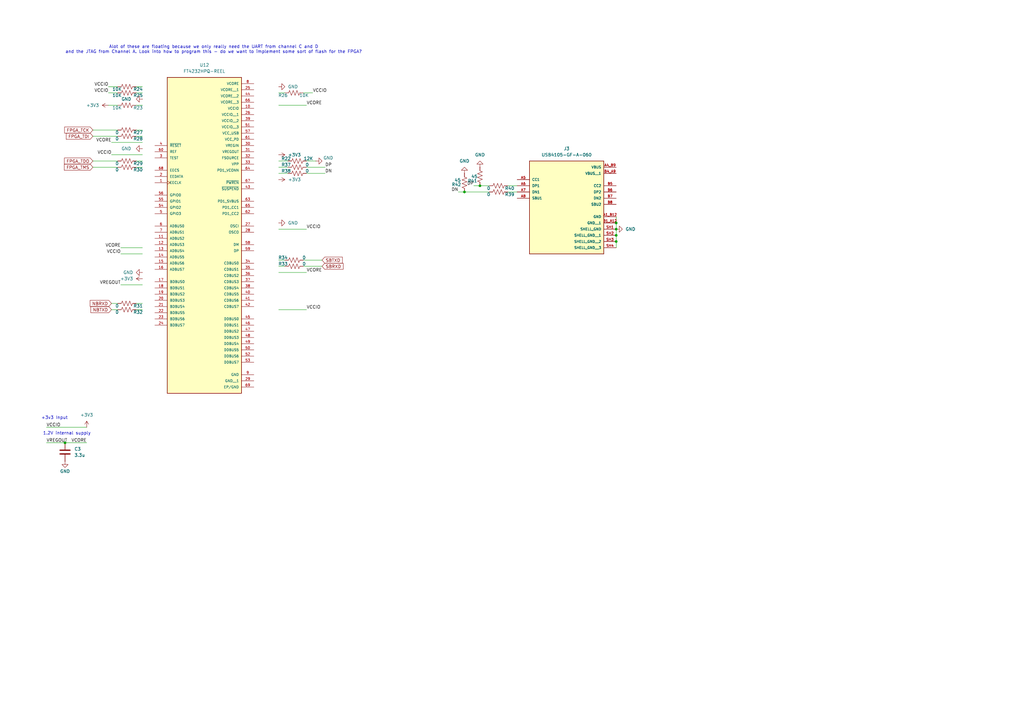
<source format=kicad_sch>
(kicad_sch (version 20250114) (generator "eeschema") (generator_version "9.0")
  (paper "A3")
  (lib_symbols
    (symbol "Device:C" (pin_numbers (hide yes)) (pin_names (offset 0.254))
      (property "Reference" "C" (at 0.635 2.54 0))
      (property "Value" "C" (at 0.635 -2.54 0))
      (symbol "C_0_1"
        (polyline (pts (xy -2.032 0.762) (xy 2.032 0.762)) (stroke (width 0.508)))
        (polyline (pts (xy -2.032 -0.762) (xy 2.032 -0.762)) (stroke (width 0.508)))
      )
      (symbol "C_1_1"
        (pin passive line (at 0 3.81 270) (length 2.794) (name "~") (number "1"))
        (pin passive line (at 0 -3.81 90) (length 2.794) (name "~") (number "2"))
      )
    )
    (symbol "Device:R_US" (pin_numbers (hide yes)) (pin_names (offset 0))
      (property "Reference" "R" (at 2.54 0 90))
      (property "Value" "R_US" (at -2.54 0 90))
      (symbol "R_US_0_1"
        (polyline (pts (xy 0 2.286) (xy 0 2.54)))
        (polyline (pts (xy 0 2.286) (xy 1.016 1.905) (xy 0 1.524) (xy -1.016 1.143) (xy 0 0.762)))
        (polyline (pts (xy 0 0.762) (xy 1.016 0.381) (xy 0 0) (xy -1.016 -0.381) (xy 0 -0.762)))
        (polyline (pts (xy 0 -0.762) (xy 1.016 -1.143) (xy 0 -1.524) (xy -1.016 -1.905) (xy 0 -2.286)))
        (polyline (pts (xy 0 -2.286) (xy 0 -2.54)))
      )
      (symbol "R_US_1_1"
        (pin passive line (at 0 3.81 270) (length 1.27) (name "~") (number "1"))
        (pin passive line (at 0 -3.81 90) (length 1.27) (name "~") (number "2"))
      )
    )
    (symbol "FPGA&MCU:FT4232HPQ-REEL" (pin_names (offset 1.016))
      (property "Reference" "U" (at -15.24 56.515 0))
      (property "Value" "FT4232HPQ-REEL" (at -15.24 -76.2 0))
      (symbol "FT4232HPQ-REEL_0_0"
        (rectangle (start -15.24 -73.66) (end 15.24 55.88) (stroke (width 0.254)) (fill (type background)))
        (pin input line (at -20.32 27.94 0) (length 5.08) (name "~{RESET}") (number "4"))
        (pin input line (at -20.32 25.4 0) (length 5.08) (name "REF") (number "60"))
        (pin input line (at -20.32 22.86 0) (length 5.08) (name "TEST") (number "3"))
        (pin bidirectional line (at -20.32 17.78 0) (length 5.08) (name "EECS") (number "68"))
        (pin bidirectional line (at -20.32 15.24 0) (length 5.08) (name "EEDATA") (number "2"))
        (pin output clock (at -20.32 12.7 0) (length 5.08) (name "EECLK") (number "1"))
        (pin bidirectional line (at -20.32 7.62 0) (length 5.08) (name "GPIO0") (number "56"))
        (pin bidirectional line (at -20.32 5.08 0) (length 5.08) (name "GPIO1") (number "55"))
        (pin bidirectional line (at -20.32 2.54 0) (length 5.08) (name "GPIO2") (number "54"))
        (pin bidirectional line (at -20.32 0 0) (length 5.08) (name "GPIO3") (number "5"))
        (pin bidirectional line (at -20.32 -5.08 0) (length 5.08) (name "ADBUS0") (number "6"))
        (pin bidirectional line (at -20.32 -7.62 0) (length 5.08) (name "ADBUS1") (number "7"))
        (pin bidirectional line (at -20.32 -10.16 0) (length 5.08) (name "ADBUS2") (number "11"))
        (pin bidirectional line (at -20.32 -12.7 0) (length 5.08) (name "ADBUS3") (number "12"))
        (pin bidirectional line (at -20.32 -15.24 0) (length 5.08) (name "ADBUS4") (number "13"))
        (pin bidirectional line (at -20.32 -17.78 0) (length 5.08) (name "ADBUS5") (number "14"))
        (pin bidirectional line (at -20.32 -20.32 0) (length 5.08) (name "ADBUS6") (number "15"))
        (pin bidirectional line (at -20.32 -22.86 0) (length 5.08) (name "ADBUS7") (number "16"))
        (pin bidirectional line (at -20.32 -27.94 0) (length 5.08) (name "BDBUS0") (number "17"))
        (pin bidirectional line (at -20.32 -30.48 0) (length 5.08) (name "BDBUS1") (number "18"))
        (pin bidirectional line (at -20.32 -33.02 0) (length 5.08) (name "BDBUS2") (number "19"))
        (pin bidirectional line (at -20.32 -35.56 0) (length 5.08) (name "BDBUS3") (number "20"))
        (pin bidirectional line (at -20.32 -38.1 0) (length 5.08) (name "BDBUS4") (number "21"))
        (pin bidirectional line (at -20.32 -40.64 0) (length 5.08) (name "BDBUS5") (number "22"))
        (pin bidirectional line (at -20.32 -43.18 0) (length 5.08) (name "BDBUS6") (number "23"))
        (pin bidirectional line (at -20.32 -45.72 0) (length 5.08) (name "BDBUS7") (number "24"))
        (pin power_in line (at 20.32 53.34 180) (length 5.08) (name "VCORE") (number "8"))
        (pin power_in line (at 20.32 50.8 180) (length 5.08) (name "VCORE__1") (number "25"))
        (pin power_in line (at 20.32 48.26 180) (length 5.08) (name "VCORE__2") (number "44"))
        (pin power_in line (at 20.32 45.72 180) (length 5.08) (name "VCORE__3") (number "66"))
        (pin power_in line (at 20.32 43.18 180) (length 5.08) (name "VCCIO") (number "10"))
        (pin power_in line (at 20.32 40.64 180) (length 5.08) (name "VCCIO__1") (number "26"))
        (pin power_in line (at 20.32 38.1 180) (length 5.08) (name "VCCIO__2") (number "39"))
        (pin power_in line (at 20.32 35.56 180) (length 5.08) (name "VCCIO__3") (number "51"))
        (pin power_in line (at 20.32 33.02 180) (length 5.08) (name "VCC_USB") (number "57"))
        (pin power_in line (at 20.32 30.48 180) (length 5.08) (name "VCC_PD") (number "61"))
        (pin power_in line (at 20.32 27.94 180) (length 5.08) (name "VREGIN") (number "30"))
        (pin power_in line (at 20.32 25.4 180) (length 5.08) (name "VREGOUT") (number "31"))
        (pin power_in line (at 20.32 22.86 180) (length 5.08) (name "FSOURCE") (number "32"))
        (pin power_in line (at 20.32 20.32 180) (length 5.08) (name "VPP") (number "33"))
        (pin power_in line (at 20.32 17.78 180) (length 5.08) (name "PD1_VCONN") (number "64"))
        (pin output line (at 20.32 12.7 180) (length 5.08) (name "~{PWREN}") (number "67"))
        (pin output line (at 20.32 10.16 180) (length 5.08) (name "~{SUSPEND}") (number "43"))
        (pin input line (at 20.32 5.08 180) (length 5.08) (name "PD1_SVBUS") (number "63"))
        (pin bidirectional line (at 20.32 2.54 180) (length 5.08) (name "PD1_CC1") (number "65"))
        (pin bidirectional line (at 20.32 0 180) (length 5.08) (name "PD1_CC2") (number "62"))
        (pin input line (at 20.32 -5.08 180) (length 5.08) (name "OSCI") (number "27"))
        (pin output line (at 20.32 -7.62 180) (length 5.08) (name "OSCO") (number "28"))
        (pin bidirectional line (at 20.32 -12.7 180) (length 5.08) (name "DM") (number "58"))
        (pin bidirectional line (at 20.32 -15.24 180) (length 5.08) (name "DP") (number "59"))
        (pin bidirectional line (at 20.32 -20.32 180) (length 5.08) (name "CDBUS0") (number "34"))
        (pin bidirectional line (at 20.32 -22.86 180) (length 5.08) (name "CDBUS1") (number "35"))
        (pin bidirectional line (at 20.32 -25.4 180) (length 5.08) (name "CDBUS2") (number "36"))
        (pin bidirectional line (at 20.32 -27.94 180) (length 5.08) (name "CDBUS3") (number "37"))
        (pin bidirectional line (at 20.32 -30.48 180) (length 5.08) (name "CDBUS4") (number "38"))
        (pin bidirectional line (at 20.32 -33.02 180) (length 5.08) (name "CDBUS5") (number "40"))
        (pin bidirectional line (at 20.32 -35.56 180) (length 5.08) (name "CDBUS6") (number "41"))
        (pin bidirectional line (at 20.32 -38.1 180) (length 5.08) (name "CDBUS7") (number "42"))
        (pin bidirectional line (at 20.32 -43.18 180) (length 5.08) (name "DDBUS0") (number "45"))
        (pin bidirectional line (at 20.32 -45.72 180) (length 5.08) (name "DDBUS1") (number "46"))
        (pin bidirectional line (at 20.32 -48.26 180) (length 5.08) (name "DDBUS2") (number "47"))
        (pin bidirectional line (at 20.32 -50.8 180) (length 5.08) (name "DDBUS3") (number "48"))
        (pin bidirectional line (at 20.32 -53.34 180) (length 5.08) (name "DDBUS4") (number "49"))
        (pin bidirectional line (at 20.32 -55.88 180) (length 5.08) (name "DDBUS5") (number "50"))
        (pin bidirectional line (at 20.32 -58.42 180) (length 5.08) (name "DDBUS6") (number "52"))
        (pin bidirectional line (at 20.32 -60.96 180) (length 5.08) (name "DDBUS7") (number "53"))
        (pin power_in line (at 20.32 -66.04 180) (length 5.08) (name "GND") (number "9"))
        (pin power_in line (at 20.32 -68.58 180) (length 5.08) (name "GND__1") (number "29"))
        (pin power_in line (at 20.32 -71.12 180) (length 5.08) (name "EP/GND") (number "69"))
      )
    )
    (symbol "FPGA_Interface:USB4105-GF-A-060" (pin_names (offset 1.016))
      (property "Reference" "J" (at -15.24 13.97 0))
      (property "Value" "USB4105-GF-A-060" (at -15.24 -27.94 0))
      (symbol "USB4105-GF-A-060_0_0"
        (rectangle (start -15.24 -25.4) (end 15.24 12.7) (stroke (width 0.254)) (fill (type background)))
        (pin bidirectional line (at -20.32 5.08 0) (length 5.08) (name "CC1") (number "A5"))
        (pin bidirectional line (at -20.32 2.54 0) (length 5.08) (name "DP1") (number "A6"))
        (pin bidirectional line (at -20.32 0 0) (length 5.08) (name "DN1") (number "A7"))
        (pin bidirectional line (at -20.32 -2.54 0) (length 5.08) (name "SBU1") (number "A8"))
        (pin power_in line (at 20.32 10.16 180) (length 5.08) (name "VBUS") (number "A4_B9"))
        (pin power_in line (at 20.32 7.62 180) (length 5.08) (name "VBUS__1") (number "B4_A9"))
        (pin bidirectional line (at 20.32 2.54 180) (length 5.08) (name "CC2") (number "B5"))
        (pin bidirectional line (at 20.32 0 180) (length 5.08) (name "DP2") (number "B6"))
        (pin bidirectional line (at 20.32 -2.54 180) (length 5.08) (name "DN2") (number "B7"))
        (pin bidirectional line (at 20.32 -5.08 180) (length 5.08) (name "SBU2") (number "B8"))
        (pin power_in line (at 20.32 -10.16 180) (length 5.08) (name "GND") (number "A1_B12"))
        (pin power_in line (at 20.32 -12.7 180) (length 5.08) (name "GND__1") (number "B1_A12"))
        (pin power_in line (at 20.32 -15.24 180) (length 5.08) (name "SHELL_GND") (number "SH1"))
        (pin power_in line (at 20.32 -17.78 180) (length 5.08) (name "SHELL_GND__1") (number "SH2"))
        (pin power_in line (at 20.32 -20.32 180) (length 5.08) (name "SHELL_GND__2") (number "SH3"))
        (pin power_in line (at 20.32 -22.86 180) (length 5.08) (name "SHELL_GND__3") (number "SH4"))
      )
    )
    (symbol "power:+3V3" (power) (pin_numbers (hide yes)) (pin_names (offset 0) (hide yes))
      (property "Value" "+3V3" (at 0 3.556 0))
      (symbol "+3V3_0_1"
        (polyline (pts (xy -0.762 1.27) (xy 0 2.54)))
        (polyline (pts (xy 0 2.54) (xy 0.762 1.27)))
        (polyline (pts (xy 0 0) (xy 0 2.54)))
      )
      (symbol "+3V3_1_1"
        (pin power_in line (at 0 0 90) (length 0) (name "~") (number "1"))
      )
    )
    (symbol "power:GND" (power) (pin_numbers (hide yes)) (pin_names (offset 0) (hide yes))
      (property "Value" "GND" (at 0 -3.81 0))
      (symbol "GND_0_1"
        (polyline (pts (xy 0 0) (xy 0 -1.27) (xy 1.27 -1.27) (xy 0 -2.54) (xy -1.27 -1.27) (xy 0 -1.27)))
      )
      (symbol "GND_1_1"
        (pin power_in line (at 0 0 270) (length 0) (name "~") (number "1"))
      )
    )
  )
  (text "1.2V internal supply\n" (at 27.432 177.8 0) (effects (font (size 1.27 1.27))))
  (text "Alot of these are floating because we only really need the UART from channel C and D\nand the JTAG from Channel A. Look into how to program this - do we want to implement some sort of flash for the FPGA?\n" (at 87.63 20.32 0) (effects (font (size 1.27 1.27))))
  (text "+3v3 Input\n" (at 22.352 171.45 0) (effects (font (size 1.27 1.27))))
  (junction (at 26.67 181.61))
  (junction (at 252.73 93.98))
  (junction (at 252.73 96.52))
  (junction (at 190.5 78.74))
  (junction (at 196.85 76.2))
  (junction (at 252.73 99.06))
  (junction (at 252.73 91.44))
  (wire (pts (xy 124.46 38.1) (xy 128.27 38.1)))
  (wire (pts (xy 55.88 35.56) (xy 58.42 35.56)))
  (wire (pts (xy 55.88 127) (xy 58.42 127)))
  (wire (pts (xy 49.53 116.84) (xy 58.42 116.84)))
  (wire (pts (xy 55.88 66.04) (xy 58.42 66.04)))
  (wire (pts (xy 252.73 91.44) (xy 252.73 93.98)))
  (wire (pts (xy 133.35 71.12) (xy 125.73 71.12)))
  (wire (pts (xy 45.72 127) (xy 48.26 127)))
  (wire (pts (xy 38.1 66.04) (xy 48.26 66.04)))
  (wire (pts (xy 212.09 76.2) (xy 208.28 76.2)))
  (wire (pts (xy 45.72 124.46) (xy 48.26 124.46)))
  (wire (pts (xy 133.35 68.58) (xy 125.73 68.58)))
  (wire (pts (xy 48.26 35.56) (xy 44.45 35.56)))
  (wire (pts (xy 252.73 88.9) (xy 252.73 91.44)))
  (wire (pts (xy 55.88 53.34) (xy 58.42 53.34)))
  (wire (pts (xy 55.88 124.46) (xy 58.42 124.46)))
  (wire (pts (xy 114.3 109.22) (xy 116.84 109.22)))
  (wire (pts (xy 38.1 68.58) (xy 48.26 68.58)))
  (wire (pts (xy 19.05 181.61) (xy 26.67 181.61)))
  (wire (pts (xy 45.72 58.42) (xy 58.42 58.42)))
  (wire (pts (xy 55.88 38.1) (xy 58.42 38.1)))
  (wire (pts (xy 132.08 106.68) (xy 124.46 106.68)))
  (wire (pts (xy 125.73 66.04) (xy 129.54 66.04)))
  (wire (pts (xy 194.31 76.2) (xy 196.85 76.2)))
  (wire (pts (xy 132.08 109.22) (xy 124.46 109.22)))
  (wire (pts (xy 38.1 55.88) (xy 48.26 55.88)))
  (wire (pts (xy 48.26 43.18) (xy 44.45 43.18)))
  (wire (pts (xy 114.3 106.68) (xy 116.84 106.68)))
  (wire (pts (xy 252.73 93.98) (xy 252.73 96.52)))
  (wire (pts (xy 118.11 68.58) (xy 114.3 68.58)))
  (wire (pts (xy 190.5 78.74) (xy 187.96 78.74)))
  (wire (pts (xy 45.72 63.5) (xy 58.42 63.5)))
  (wire (pts (xy 200.66 76.2) (xy 196.85 76.2)))
  (wire (pts (xy 125.73 93.98) (xy 114.3 93.98)))
  (wire (pts (xy 48.26 38.1) (xy 44.45 38.1)))
  (wire (pts (xy 200.66 78.74) (xy 190.5 78.74)))
  (wire (pts (xy 125.73 127) (xy 114.3 127)))
  (wire (pts (xy 114.3 66.04) (xy 118.11 66.04)))
  (wire (pts (xy 38.1 53.34) (xy 48.26 53.34)))
  (wire (pts (xy 55.88 68.58) (xy 58.42 68.58)))
  (wire (pts (xy 212.09 78.74) (xy 208.28 78.74)))
  (wire (pts (xy 19.05 175.26) (xy 35.56 175.26)))
  (wire (pts (xy 252.73 99.06) (xy 252.73 101.6)))
  (wire (pts (xy 26.67 181.61) (xy 35.56 181.61)))
  (wire (pts (xy 55.88 55.88) (xy 58.42 55.88)))
  (wire (pts (xy 58.42 43.18) (xy 55.88 43.18)))
  (wire (pts (xy 49.53 101.6) (xy 58.42 101.6)))
  (wire (pts (xy 118.11 71.12) (xy 114.3 71.12)))
  (wire (pts (xy 252.73 96.52) (xy 252.73 99.06)))
  (wire (pts (xy 114.3 43.18) (xy 125.73 43.18)))
  (wire (pts (xy 49.53 104.14) (xy 58.42 104.14)))
  (wire (pts (xy 125.73 111.76) (xy 114.3 111.76)))
  (wire (pts (xy 116.84 38.1) (xy 114.3 38.1)))
  (label "DP" (at 133.35 68.58 0))
  (label "VREGOUT" (at 19.05 181.61 0))
  (label "VCORE" (at 49.53 101.6 180))
  (label "VCORE" (at 35.56 181.61 180))
  (label "VCCIO" (at 128.27 38.1 0))
  (label "DN" (at 133.35 71.12 0))
  (label "VCCIO" (at 19.05 175.26 0))
  (label "VCCIO" (at 44.45 35.56 180))
  (label "VCORE" (at 125.73 111.76 0))
  (label "VCCIO" (at 45.72 63.5 180))
  (label "VCCIO" (at 49.53 104.14 180))
  (label "DN" (at 187.96 78.74 180))
  (label "VREGOUT" (at 49.53 116.84 180))
  (label "DP" (at 194.31 76.2 180))
  (label "VCORE" (at 45.72 58.42 180))
  (label "VCORE" (at 125.73 43.18 0))
  (label "VCCIO" (at 125.73 127 0))
  (label "VCCIO" (at 125.73 93.98 0))
  (label "VCCIO" (at 44.45 38.1 180))
  (global_label "FPGA_TDO" (shape input) (at 38.1 66.04 180) (property "Intersheetrefs" "${INTERSHEET_REFS}" (effects (hide yes))))
  (global_label "SBTXD" (shape input) (at 132.08 106.68 0) (property "Intersheetrefs" "${INTERSHEET_REFS}" (effects (hide yes))))
  (global_label "SBRXD" (shape input) (at 132.08 109.22 0) (property "Intersheetrefs" "${INTERSHEET_REFS}" (effects (hide yes))))
  (global_label "FPGA_TCK" (shape input) (at 38.1 53.34 180) (property "Intersheetrefs" "${INTERSHEET_REFS}" (effects (hide yes))))
  (global_label "FPGA_TDI" (shape input) (at 38.1 55.88 180) (property "Intersheetrefs" "${INTERSHEET_REFS}" (effects (hide yes))))
  (global_label "FPGA_TMS" (shape input) (at 38.1 68.58 180) (property "Intersheetrefs" "${INTERSHEET_REFS}" (effects (hide yes))))
  (global_label "NBRXD" (shape input) (at 45.72 124.46 180) (property "Intersheetrefs" "${INTERSHEET_REFS}" (effects (hide yes))))
  (global_label "NBTXD" (shape input) (at 45.72 127 180) (property "Intersheetrefs" "${INTERSHEET_REFS}" (effects (hide yes))))
  (symbol (lib_id "Device:R_US") (at 52.07 55.88 270) (unit 1)
    (property "Reference" "R28" (at 56.642 56.896 90))
    (property "Value" "0" (at 48.006 56.896 90))
    (property "Description" "Resistor, US symbol" (effects (hide yes)))
  )
  (symbol (lib_id "Device:R_US") (at 52.07 68.58 270) (unit 1)
    (property "Reference" "R30" (at 56.642 69.596 90))
    (property "Value" "0" (at 48.006 69.596 90))
    (property "Description" "Resistor, US symbol" (effects (hide yes)))
  )
  (symbol (lib_id "power:+3V3") (at 114.3 63.5 270) (unit 1)
    (property "Reference" "#PWR072" (effects (hide yes)))
    (property "Value" "+3V3" (at 118.11 63.4999 90) (effects (justify left)))
    (property "Description" "Power symbol creates a global label with name \"+3V3\"" (effects (hide yes)))
  )
  (symbol (lib_id "Device:R_US") (at 204.47 78.74 270) (unit 1)
    (property "Reference" "R39" (at 209.042 79.756 90))
    (property "Value" "0" (at 200.406 79.756 90))
    (property "Description" "Resistor, US symbol" (effects (hide yes)))
  )
  (symbol (lib_id "Device:R_US") (at 52.07 66.04 270) (unit 1)
    (property "Reference" "R29" (at 56.642 67.056 90))
    (property "Value" "0" (at 48.006 67.056 90))
    (property "Description" "Resistor, US symbol" (effects (hide yes)))
  )
  (symbol (lib_id "FPGA&MCU:FT4232HPQ-REEL") (at 83.82 87.63 0) (unit 1)
    (property "Reference" "U12" (at 83.82 26.67 0))
    (property "Value" "FT4232HPQ-REEL" (at 83.82 29.21 0))
    (property "Footprint" "FPGA&MCU:FT4232HPQ" (effects (hide yes)))
    (property "MAXIMUM_PACKAGE_HEIGHT" "0.90mm" (effects (hide yes)))
    (property "CREATOR" "AAMIR" (effects (hide yes)))
    (property "STANDARD" "IPC-7351B" (effects (hide yes)))
    (property "PARTREV" "1.8" (effects (hide yes)))
    (property "VERIFIER" "NEZY" (effects (hide yes)))
    (property "MANUFACTURER" "FTDI" (effects (hide yes)))
  )
  (symbol (lib_id "Device:R_US") (at 52.07 53.34 270) (unit 1)
    (property "Reference" "R27" (at 56.642 54.356 90))
    (property "Value" "0" (at 48.006 54.356 90))
    (property "Description" "Resistor, US symbol" (effects (hide yes)))
  )
  (symbol (lib_id "FPGA_Interface:USB4105-GF-A-060") (at 232.41 78.74 0) (unit 1)
    (property "Reference" "J3" (at 232.41 60.96 0))
    (property "Value" "USB4105-GF-A-060" (at 232.41 63.5 0))
    (property "Footprint" "FPGA_Interface:USB4105-GF-A-060" (effects (hide yes)))
    (property "PARTREV" "B3" (effects (hide yes)))
    (property "MANUFACTURER" "Global Connector Technology" (effects (hide yes)))
    (property "MAXIMUM_PACKAGE_HEIGHT" "3.31mm" (effects (hide yes)))
    (property "STANDARD" "Manufacturer Recommendations" (effects (hide yes)))
  )
  (symbol (lib_id "Device:R_US") (at 121.92 68.58 90) (unit 1)
    (property "Reference" "R37" (at 117.348 67.564 90))
    (property "Value" "0" (at 125.984 67.564 90))
    (property "Description" "Resistor, US symbol" (effects (hide yes)))
  )
  (symbol (lib_id "power:+3V3") (at 35.56 175.26 0) (unit 1)
    (property "Reference" "#PWR077" (effects (hide yes)))
    (property "Value" "+3V3" (at 35.56 170.18 0))
    (property "Description" "Power symbol creates a global label with name \"+3V3\"" (effects (hide yes)))
  )
  (symbol (lib_id "power:GND") (at 58.42 111.76 270) (unit 1)
    (property "Reference" "#PWR067" (effects (hide yes)))
    (property "Value" "GND" (at 54.61 111.7599 90) (effects (justify right)))
    (property "Description" "Power symbol creates a global label with name \"GND\" , ground" (effects (hide yes)))
  )
  (symbol (lib_id "Device:R_US") (at 121.92 66.04 90) (unit 1)
    (property "Reference" "R22" (at 117.348 65.024 90))
    (property "Value" "12K" (at 126.492 65.024 90))
    (property "Description" "Resistor, US symbol" (effects (hide yes)))
  )
  (symbol (lib_id "Device:R_US") (at 52.07 38.1 270) (unit 1)
    (property "Reference" "R25" (at 56.642 39.116 90))
    (property "Value" "10K" (at 48.006 39.116 90))
    (property "Description" "Resistor, US symbol" (effects (hide yes)))
  )
  (symbol (lib_id "power:GND") (at 252.73 93.98 90) (unit 1)
    (property "Reference" "#PWR080" (effects (hide yes)))
    (property "Value" "GND" (at 256.54 93.9799 90) (effects (justify right)))
    (property "Description" "Power symbol creates a global label with name \"GND\" , ground" (effects (hide yes)))
  )
  (symbol (lib_id "power:GND") (at 196.85 68.58 180) (unit 1)
    (property "Reference" "#PWR085" (effects (hide yes)))
    (property "Value" "GND" (at 196.85 63.5 0))
    (property "Description" "Power symbol creates a global label with name \"GND\" , ground" (effects (hide yes)))
  )
  (symbol (lib_id "Device:R_US") (at 52.07 35.56 270) (unit 1)
    (property "Reference" "R24" (at 56.642 36.576 90))
    (property "Value" "10K" (at 48.006 36.576 90))
    (property "Description" "Resistor, US symbol" (effects (hide yes)))
  )
  (symbol (lib_id "power:+3V3") (at 114.3 73.66 270) (unit 1)
    (property "Reference" "#PWR071" (effects (hide yes)))
    (property "Value" "+3V3" (at 118.11 73.6599 90) (effects (justify left)))
    (property "Description" "Power symbol creates a global label with name \"+3V3\"" (effects (hide yes)))
  )
  (symbol (lib_id "Device:R_US") (at 52.07 43.18 270) (unit 1)
    (property "Reference" "R23" (at 56.642 44.196 90))
    (property "Value" "10K" (at 48.006 44.196 90))
    (property "Description" "Resistor, US symbol" (effects (hide yes)))
  )
  (symbol (lib_id "power:GND") (at 26.67 189.23 0) (unit 1)
    (property "Reference" "#PWR078" (effects (hide yes)))
    (property "Value" "GND" (at 26.67 193.294 0))
    (property "Description" "Power symbol creates a global label with name \"GND\" , ground" (effects (hide yes)))
  )
  (symbol (lib_id "Device:R_US") (at 204.47 76.2 270) (unit 1)
    (property "Reference" "R40" (at 209.042 77.216 90))
    (property "Value" "0" (at 200.406 77.216 90))
    (property "Description" "Resistor, US symbol" (effects (hide yes)))
  )
  (symbol (lib_id "Device:R_US") (at 190.5 74.93 0) (unit 1)
    (property "Reference" "R42" (at 187.198 75.692 0))
    (property "Value" "45" (at 187.706 73.914 0))
    (property "Description" "Resistor, US symbol" (effects (hide yes)))
  )
  (symbol (lib_id "Device:R_US") (at 52.07 127 270) (unit 1)
    (property "Reference" "R32" (at 56.642 128.016 90))
    (property "Value" "0" (at 48.006 128.016 90))
    (property "Description" "Resistor, US symbol" (effects (hide yes)))
  )
  (symbol (lib_id "power:GND") (at 58.42 60.96 270) (unit 1)
    (property "Reference" "#PWR068" (effects (hide yes)))
    (property "Value" "GND" (at 53.848 60.96 90) (effects (justify right)))
    (property "Description" "Power symbol creates a global label with name \"GND\" , ground" (effects (hide yes)))
  )
  (symbol (lib_id "power:GND") (at 114.3 91.44 90) (unit 1)
    (property "Reference" "#PWR070" (effects (hide yes)))
    (property "Value" "GND" (at 118.11 91.4399 90) (effects (justify right)))
    (property "Description" "Power symbol creates a global label with name \"GND\" , ground" (effects (hide yes)))
  )
  (symbol (lib_id "power:GND") (at 190.5 71.12 180) (unit 1)
    (property "Reference" "#PWR086" (effects (hide yes)))
    (property "Value" "GND" (at 190.5 66.04 0))
    (property "Description" "Power symbol creates a global label with name \"GND\" , ground" (effects (hide yes)))
  )
  (symbol (lib_id "power:GND") (at 129.54 66.04 90) (unit 1)
    (property "Reference" "#PWR074" (effects (hide yes)))
    (property "Value" "GND" (at 132.588 64.77 90) (effects (justify right)))
    (property "Description" "Power symbol creates a global label with name \"GND\" , ground" (effects (hide yes)))
  )
  (symbol (lib_id "Device:R_US") (at 120.65 38.1 90) (unit 1)
    (property "Reference" "R26" (at 116.078 39.116 90))
    (property "Value" "10K" (at 124.714 39.116 90))
    (property "Description" "Resistor, US symbol" (effects (hide yes)))
  )
  (symbol (lib_id "power:GND") (at 58.42 40.64 270) (unit 1)
    (property "Reference" "#PWR075" (effects (hide yes)))
    (property "Value" "GND" (at 53.848 40.64 90) (effects (justify right)))
    (property "Description" "Power symbol creates a global label with name \"GND\" , ground" (effects (hide yes)))
  )
  (symbol (lib_id "power:+3V3") (at 44.45 43.18 90) (unit 1)
    (property "Reference" "#PWR076" (effects (hide yes)))
    (property "Value" "+3V3" (at 40.64 43.1799 90) (effects (justify left)))
    (property "Description" "Power symbol creates a global label with name \"+3V3\"" (effects (hide yes)))
  )
  (symbol (lib_id "Device:R_US") (at 121.92 71.12 90) (unit 1)
    (property "Reference" "R38" (at 117.348 70.104 90))
    (property "Value" "0" (at 125.984 70.104 90))
    (property "Description" "Resistor, US symbol" (effects (hide yes)))
  )
  (symbol (lib_id "power:+3V3") (at 58.42 114.3 90) (unit 1)
    (property "Reference" "#PWR073" (effects (hide yes)))
    (property "Value" "+3V3" (at 54.61 114.2999 90) (effects (justify left)))
    (property "Description" "Power symbol creates a global label with name \"+3V3\"" (effects (hide yes)))
  )
  (symbol (lib_id "Device:R_US") (at 52.07 124.46 270) (unit 1)
    (property "Reference" "R31" (at 56.642 125.476 90))
    (property "Value" "0" (at 48.006 125.476 90))
    (property "Description" "Resistor, US symbol" (effects (hide yes)))
  )
  (symbol (lib_id "Device:R_US") (at 120.65 106.68 90) (unit 1)
    (property "Reference" "R34" (at 116.078 105.664 90))
    (property "Value" "0" (at 124.714 105.664 90))
    (property "Description" "Resistor, US symbol" (effects (hide yes)))
  )
  (symbol (lib_id "Device:R_US") (at 120.65 109.22 90) (unit 1)
    (property "Reference" "R33" (at 116.078 108.204 90))
    (property "Value" "0" (at 124.714 108.204 90))
    (property "Description" "Resistor, US symbol" (effects (hide yes)))
  )
  (symbol (lib_id "power:GND") (at 114.3 35.56 90) (unit 1)
    (property "Reference" "#PWR069" (effects (hide yes)))
    (property "Value" "GND" (at 118.11 35.5599 90) (effects (justify right)))
    (property "Description" "Power symbol creates a global label with name \"GND\" , ground" (effects (hide yes)))
  )
  (symbol (lib_id "Device:C") (at 26.67 185.42 0) (unit 1)
    (property "Reference" "C3" (at 30.48 184.1499 0) (effects (justify left)))
    (property "Value" "3.3u" (at 30.48 186.6899 0) (effects (justify left)))
    (property "Description" "Unpolarized capacitor" (effects (hide yes)))
  )
  (symbol (lib_id "Device:R_US") (at 196.85 72.39 0) (unit 1)
    (property "Reference" "R41" (at 193.802 74.168 0))
    (property "Value" "45" (at 194.564 72.39 0))
    (property "Description" "Resistor, US symbol" (effects (hide yes)))
  )
)
</source>
